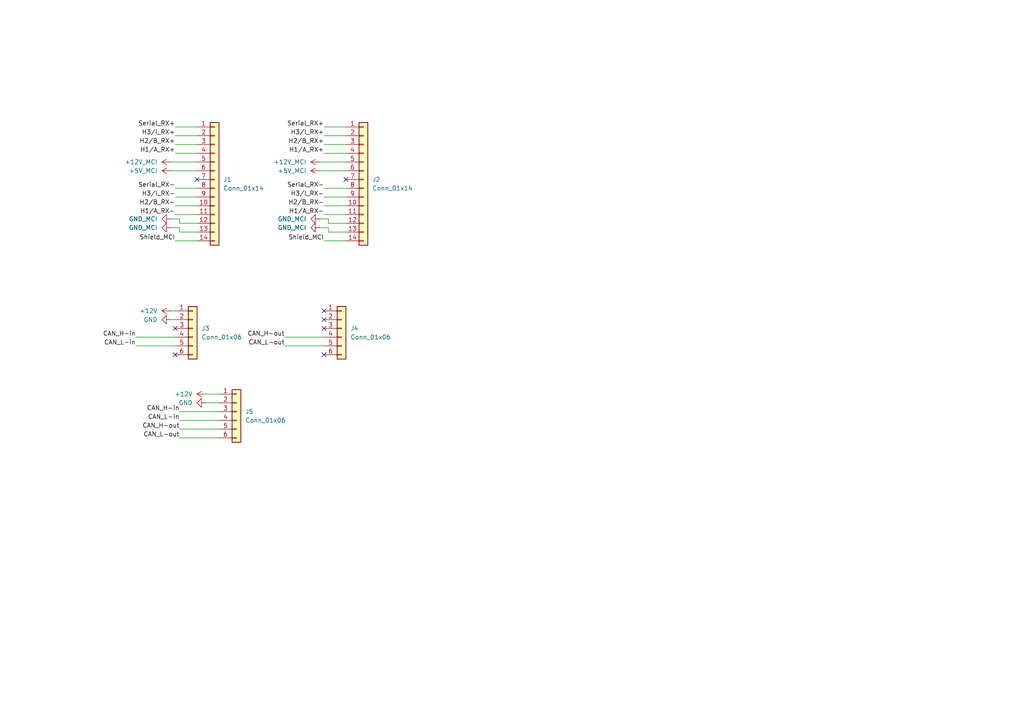
<source format=kicad_sch>
(kicad_sch (version 20250114) (generator "eeschema") (generator_version "9.0")
  (paper "A4")
  (lib_symbols
    (symbol "Connector_Generic:Conn_01x06" (pin_names (offset 1.016) (hide yes))
      (property "Reference" "J" (at 0 7.62 0))
      (property "Value" "Conn_01x06" (at 0 -10.16 0))
      (symbol "Conn_01x06_1_1"
        (rectangle (start -1.27 6.35) (end 1.27 -8.89) (stroke (width 0.254)) (fill (type background)))
        (rectangle (start -1.27 5.207) (end 0 4.953) (stroke (width 0.1524)))
        (rectangle (start -1.27 2.667) (end 0 2.413) (stroke (width 0.1524)))
        (rectangle (start -1.27 0.127) (end 0 -0.127) (stroke (width 0.1524)))
        (rectangle (start -1.27 -2.413) (end 0 -2.667) (stroke (width 0.1524)))
        (rectangle (start -1.27 -4.953) (end 0 -5.207) (stroke (width 0.1524)))
        (rectangle (start -1.27 -7.493) (end 0 -7.747) (stroke (width 0.1524)))
        (pin passive line (at -5.08 5.08 0) (length 3.81) (name "Pin_1") (number "1"))
        (pin passive line (at -5.08 2.54 0) (length 3.81) (name "Pin_2") (number "2"))
        (pin passive line (at -5.08 0 0) (length 3.81) (name "Pin_3") (number "3"))
        (pin passive line (at -5.08 -2.54 0) (length 3.81) (name "Pin_4") (number "4"))
        (pin passive line (at -5.08 -5.08 0) (length 3.81) (name "Pin_5") (number "5"))
        (pin passive line (at -5.08 -7.62 0) (length 3.81) (name "Pin_6") (number "6"))
      )
    )
    (symbol "Connector_Generic:Conn_01x14" (pin_names (offset 1.016) (hide yes))
      (property "Reference" "J" (at 0 17.78 0))
      (property "Value" "Conn_01x14" (at 0 -20.32 0))
      (symbol "Conn_01x14_1_1"
        (rectangle (start -1.27 16.51) (end 1.27 -19.05) (stroke (width 0.254)) (fill (type background)))
        (rectangle (start -1.27 15.367) (end 0 15.113) (stroke (width 0.1524)))
        (rectangle (start -1.27 12.827) (end 0 12.573) (stroke (width 0.1524)))
        (rectangle (start -1.27 10.287) (end 0 10.033) (stroke (width 0.1524)))
        (rectangle (start -1.27 7.747) (end 0 7.493) (stroke (width 0.1524)))
        (rectangle (start -1.27 5.207) (end 0 4.953) (stroke (width 0.1524)))
        (rectangle (start -1.27 2.667) (end 0 2.413) (stroke (width 0.1524)))
        (rectangle (start -1.27 0.127) (end 0 -0.127) (stroke (width 0.1524)))
        (rectangle (start -1.27 -2.413) (end 0 -2.667) (stroke (width 0.1524)))
        (rectangle (start -1.27 -4.953) (end 0 -5.207) (stroke (width 0.1524)))
        (rectangle (start -1.27 -7.493) (end 0 -7.747) (stroke (width 0.1524)))
        (rectangle (start -1.27 -10.033) (end 0 -10.287) (stroke (width 0.1524)))
        (rectangle (start -1.27 -12.573) (end 0 -12.827) (stroke (width 0.1524)))
        (rectangle (start -1.27 -15.113) (end 0 -15.367) (stroke (width 0.1524)))
        (rectangle (start -1.27 -17.653) (end 0 -17.907) (stroke (width 0.1524)))
        (pin passive line (at -5.08 15.24 0) (length 3.81) (name "Pin_1") (number "1"))
        (pin passive line (at -5.08 12.7 0) (length 3.81) (name "Pin_2") (number "2"))
        (pin passive line (at -5.08 10.16 0) (length 3.81) (name "Pin_3") (number "3"))
        (pin passive line (at -5.08 7.62 0) (length 3.81) (name "Pin_4") (number "4"))
        (pin passive line (at -5.08 5.08 0) (length 3.81) (name "Pin_5") (number "5"))
        (pin passive line (at -5.08 2.54 0) (length 3.81) (name "Pin_6") (number "6"))
        (pin passive line (at -5.08 0 0) (length 3.81) (name "Pin_7") (number "7"))
        (pin passive line (at -5.08 -2.54 0) (length 3.81) (name "Pin_8") (number "8"))
        (pin passive line (at -5.08 -5.08 0) (length 3.81) (name "Pin_9") (number "9"))
        (pin passive line (at -5.08 -7.62 0) (length 3.81) (name "Pin_10") (number "10"))
        (pin passive line (at -5.08 -10.16 0) (length 3.81) (name "Pin_11") (number "11"))
        (pin passive line (at -5.08 -12.7 0) (length 3.81) (name "Pin_12") (number "12"))
        (pin passive line (at -5.08 -15.24 0) (length 3.81) (name "Pin_13") (number "13"))
        (pin passive line (at -5.08 -17.78 0) (length 3.81) (name "Pin_14") (number "14"))
      )
    )
    (symbol "power:+12V" (power) (pin_numbers (hide yes)) (pin_names (offset 0) (hide yes))
      (property "Value" "+12V" (at 0 3.556 0))
      (symbol "+12V_0_1"
        (polyline (pts (xy -0.762 1.27) (xy 0 2.54)))
        (polyline (pts (xy 0 2.54) (xy 0.762 1.27)))
        (polyline (pts (xy 0 0) (xy 0 2.54)))
      )
      (symbol "+12V_1_1"
        (pin power_in line (at 0 0 90) (length 0) (name "~") (number "1"))
      )
    )
    (symbol "power:GND1" (power) (pin_numbers (hide yes)) (pin_names (offset 0) (hide yes))
      (property "Value" "GND1" (at 0 -3.81 0))
      (symbol "GND1_0_1"
        (polyline (pts (xy 0 0) (xy 0 -1.27) (xy 1.27 -1.27) (xy 0 -2.54) (xy -1.27 -1.27) (xy 0 -1.27)))
      )
      (symbol "GND1_1_1"
        (pin power_in line (at 0 0 270) (length 0) (name "~") (number "1"))
      )
    )
  )
  (no_connect (at 93.98 90.17))
  (no_connect (at 93.98 92.71))
  (no_connect (at 100.33 52.07))
  (no_connect (at 93.98 95.25))
  (no_connect (at 93.98 102.87))
  (no_connect (at 57.15 52.07))
  (no_connect (at 50.8 95.25))
  (no_connect (at 50.8 102.87))
  (wire (pts (xy 50.8 54.61) (xy 57.15 54.61)))
  (wire (pts (xy 59.69 116.84) (xy 63.5 116.84)))
  (wire (pts (xy 52.07 67.31) (xy 57.15 67.31)))
  (wire (pts (xy 93.98 59.69) (xy 100.33 59.69)))
  (wire (pts (xy 49.53 66.04) (xy 52.07 66.04)))
  (wire (pts (xy 50.8 57.15) (xy 57.15 57.15)))
  (wire (pts (xy 52.07 124.46) (xy 63.5 124.46)))
  (wire (pts (xy 93.98 41.91) (xy 100.33 41.91)))
  (wire (pts (xy 93.98 54.61) (xy 100.33 54.61)))
  (wire (pts (xy 50.8 59.69) (xy 57.15 59.69)))
  (wire (pts (xy 50.8 36.83) (xy 57.15 36.83)))
  (wire (pts (xy 59.69 114.3) (xy 63.5 114.3)))
  (wire (pts (xy 49.53 90.17) (xy 50.8 90.17)))
  (wire (pts (xy 95.25 67.31) (xy 100.33 67.31)))
  (wire (pts (xy 95.25 64.77) (xy 100.33 64.77)))
  (wire (pts (xy 50.8 39.37) (xy 57.15 39.37)))
  (wire (pts (xy 52.07 121.92) (xy 63.5 121.92)))
  (wire (pts (xy 49.53 49.53) (xy 57.15 49.53)))
  (wire (pts (xy 92.71 66.04) (xy 95.25 66.04)))
  (wire (pts (xy 93.98 39.37) (xy 100.33 39.37)))
  (wire (pts (xy 93.98 44.45) (xy 100.33 44.45)))
  (wire (pts (xy 52.07 66.04) (xy 52.07 67.31)))
  (wire (pts (xy 92.71 46.99) (xy 100.33 46.99)))
  (wire (pts (xy 52.07 127) (xy 63.5 127)))
  (wire (pts (xy 52.07 119.38) (xy 63.5 119.38)))
  (wire (pts (xy 92.71 49.53) (xy 100.33 49.53)))
  (wire (pts (xy 39.37 100.33) (xy 50.8 100.33)))
  (wire (pts (xy 52.07 64.77) (xy 57.15 64.77)))
  (wire (pts (xy 49.53 46.99) (xy 57.15 46.99)))
  (wire (pts (xy 95.25 66.04) (xy 95.25 67.31)))
  (wire (pts (xy 93.98 57.15) (xy 100.33 57.15)))
  (wire (pts (xy 95.25 63.5) (xy 95.25 64.77)))
  (wire (pts (xy 93.98 36.83) (xy 100.33 36.83)))
  (wire (pts (xy 50.8 44.45) (xy 57.15 44.45)))
  (wire (pts (xy 92.71 63.5) (xy 95.25 63.5)))
  (wire (pts (xy 93.98 62.23) (xy 100.33 62.23)))
  (wire (pts (xy 49.53 92.71) (xy 50.8 92.71)))
  (wire (pts (xy 82.55 97.79) (xy 93.98 97.79)))
  (wire (pts (xy 49.53 63.5) (xy 52.07 63.5)))
  (wire (pts (xy 82.55 100.33) (xy 93.98 100.33)))
  (wire (pts (xy 39.37 97.79) (xy 50.8 97.79)))
  (wire (pts (xy 50.8 62.23) (xy 57.15 62.23)))
  (wire (pts (xy 52.07 63.5) (xy 52.07 64.77)))
  (wire (pts (xy 50.8 41.91) (xy 57.15 41.91)))
  (wire (pts (xy 93.98 69.85) (xy 100.33 69.85)))
  (wire (pts (xy 50.8 69.85) (xy 57.15 69.85)))
  (label "H1{slash}A_RX-" (at 50.8 62.23 180))
  (label "H3{slash}I_RX+" (at 50.8 39.37 180))
  (label "CAN_H-in" (at 39.37 97.79 180))
  (label "H1{slash}A_RX-" (at 93.98 62.23 180))
  (label "CAN_L-in" (at 52.07 121.92 180))
  (label "H3{slash}I_RX+" (at 93.98 39.37 180))
  (label "Serial_RX+" (at 50.8 36.83 180))
  (label "H2{slash}B_RX-" (at 93.98 59.69 180))
  (label "Serial_RX-" (at 93.98 54.61 180))
  (label "H2{slash}B_RX+" (at 50.8 41.91 180))
  (label "H3{slash}I_RX-" (at 93.98 57.15 180))
  (label "CAN_L-out" (at 52.07 127 180))
  (label "H1{slash}A_RX+" (at 93.98 44.45 180))
  (label "H3{slash}I_RX-" (at 50.8 57.15 180))
  (label "CAN_L-in" (at 39.37 100.33 180))
  (label "CAN_L-out" (at 82.55 100.33 180))
  (label "Serial_RX+" (at 93.98 36.83 180))
  (label "H2{slash}B_RX+" (at 93.98 41.91 180))
  (label "CAN_H-in" (at 52.07 119.38 180))
  (label "Serial_RX-" (at 50.8 54.61 180))
  (label "H1{slash}A_RX+" (at 50.8 44.45 180))
  (label "H2{slash}B_RX-" (at 50.8 59.69 180))
  (label "CAN_H-out" (at 52.07 124.46 180))
  (label "CAN_H-out" (at 82.55 97.79 180))
  (label "Shield_MCI" (at 93.98 69.85 180))
  (label "Shield_MCI" (at 50.8 69.85 180))
  (symbol (lib_id "Connector_Generic:Conn_01x14") (at 62.23 52.07 0) (unit 1)
    (property "Reference" "J1" (at 64.77 52.0699 0) (effects (justify left)))
    (property "Value" "Conn_01x14" (at 64.77 54.6099 0) (effects (justify left)))
    (property "Footprint" "UTSVT_Connectors:Molex_Microfit3.0_02x07_14-Pin-Vertical-PCB-Receptacle_447691401" (effects (hide yes)))
    (property "Description" "Generic connector, single row, 01x14, script generated (kicad-library-utils/schlib/autogen/connector/)" (effects (hide yes)))
  )
  (symbol (lib_id "power:GND1") (at 59.69 116.84 270) (unit 1)
    (property "Reference" "#PWR014" (effects (hide yes)))
    (property "Value" "GND" (at 55.88 116.8399 90) (effects (justify right)))
    (property "Description" "Power symbol creates a global label with name \"GND1\" , ground" (effects (hide yes)))
  )
  (symbol (lib_id "power:GND1") (at 49.53 66.04 270) (unit 1)
    (property "Reference" "#PWR04" (effects (hide yes)))
    (property "Value" "GND_MCI" (at 45.72 66.0399 90) (effects (justify right)))
    (property "Description" "Power symbol creates a global label with name \"GND1\" , ground" (effects (hide yes)))
  )
  (symbol (lib_id "power:GND1") (at 92.71 63.5 270) (unit 1)
    (property "Reference" "#PWR07" (effects (hide yes)))
    (property "Value" "GND_MCI" (at 88.9 63.4999 90) (effects (justify right)))
    (property "Description" "Power symbol creates a global label with name \"GND1\" , ground" (effects (hide yes)))
  )
  (symbol (lib_id "power:GND1") (at 49.53 92.71 270) (unit 1)
    (property "Reference" "#PWR010" (effects (hide yes)))
    (property "Value" "GND" (at 45.72 92.7099 90) (effects (justify right)))
    (property "Description" "Power symbol creates a global label with name \"GND1\" , ground" (effects (hide yes)))
  )
  (symbol (lib_id "Connector_Generic:Conn_01x06") (at 68.58 119.38 0) (unit 1)
    (property "Reference" "J5" (at 71.12 119.3799 0) (effects (justify left)))
    (property "Value" "Conn_01x06" (at 71.12 121.9199 0) (effects (justify left)))
    (property "Footprint" "UTSVT_Connectors:Molex_Microfit3.0_02x03_6-Pin-Vertical-PCB-Receptacle_447690601" (effects (hide yes)))
    (property "Description" "Generic connector, single row, 01x06, script generated (kicad-library-utils/schlib/autogen/connector/)" (effects (hide yes)))
  )
  (symbol (lib_id "Connector_Generic:Conn_01x06") (at 55.88 95.25 0) (unit 1)
    (property "Reference" "J3" (at 58.42 95.2499 0) (effects (justify left)))
    (property "Value" "Conn_01x06" (at 58.42 97.7899 0) (effects (justify left)))
    (property "Footprint" "UTSVT_Connectors:Molex_Microfit3.0_02x03_6-Pin-Vertical-PCB-Receptacle_447690601" (effects (hide yes)))
    (property "Description" "Generic connector, single row, 01x06, script generated (kicad-library-utils/schlib/autogen/connector/)" (effects (hide yes)))
  )
  (symbol (lib_id "power:+12V") (at 92.71 49.53 90) (unit 1)
    (property "Reference" "#PWR06" (effects (hide yes)))
    (property "Value" "+5V_MCI" (at 88.9 49.5299 90) (effects (justify left)))
    (property "Description" "Power symbol creates a global label with name \"+12V\"" (effects (hide yes)))
  )
  (symbol (lib_id "power:GND1") (at 49.53 63.5 270) (unit 1)
    (property "Reference" "#PWR03" (effects (hide yes)))
    (property "Value" "GND_MCI" (at 45.72 63.4999 90) (effects (justify right)))
    (property "Description" "Power symbol creates a global label with name \"GND1\" , ground" (effects (hide yes)))
  )
  (symbol (lib_id "power:+12V") (at 49.53 49.53 90) (unit 1)
    (property "Reference" "#PWR02" (effects (hide yes)))
    (property "Value" "+5V_MCI" (at 45.72 49.5299 90) (effects (justify left)))
    (property "Description" "Power symbol creates a global label with name \"+12V\"" (effects (hide yes)))
  )
  (symbol (lib_id "power:GND1") (at 92.71 66.04 270) (unit 1)
    (property "Reference" "#PWR08" (effects (hide yes)))
    (property "Value" "GND_MCI" (at 88.9 66.0399 90) (effects (justify right)))
    (property "Description" "Power symbol creates a global label with name \"GND1\" , ground" (effects (hide yes)))
  )
  (symbol (lib_id "Connector_Generic:Conn_01x14") (at 105.41 52.07 0) (unit 1)
    (property "Reference" "J2" (at 107.95 52.0699 0) (effects (justify left)))
    (property "Value" "Conn_01x14" (at 107.95 54.6099 0) (effects (justify left)))
    (property "Footprint" "UTSVT_Connectors:Molex_Microfit3.0_02x07_14-Pin-Vertical-PCB-Receptacle_447691401" (effects (hide yes)))
    (property "Description" "Generic connector, single row, 01x14, script generated (kicad-library-utils/schlib/autogen/connector/)" (effects (hide yes)))
  )
  (symbol (lib_id "power:+12V") (at 92.71 46.99 90) (unit 1)
    (property "Reference" "#PWR05" (effects (hide yes)))
    (property "Value" "+12V_MCI" (at 88.9 46.9899 90) (effects (justify left)))
    (property "Description" "Power symbol creates a global label with name \"+12V\"" (effects (hide yes)))
  )
  (symbol (lib_id "power:+12V") (at 49.53 46.99 90) (unit 1)
    (property "Reference" "#PWR01" (effects (hide yes)))
    (property "Value" "+12V_MCI" (at 45.72 46.9899 90) (effects (justify left)))
    (property "Description" "Power symbol creates a global label with name \"+12V\"" (effects (hide yes)))
  )
  (symbol (lib_id "power:+12V") (at 59.69 114.3 90) (unit 1)
    (property "Reference" "#PWR013" (effects (hide yes)))
    (property "Value" "+12V" (at 55.88 114.2999 90) (effects (justify left)))
    (property "Description" "Power symbol creates a global label with name \"+12V\"" (effects (hide yes)))
  )
  (symbol (lib_id "power:+12V") (at 49.53 90.17 90) (unit 1)
    (property "Reference" "#PWR09" (effects (hide yes)))
    (property "Value" "+12V" (at 45.72 90.1699 90) (effects (justify left)))
    (property "Description" "Power symbol creates a global label with name \"+12V\"" (effects (hide yes)))
  )
  (symbol (lib_id "Connector_Generic:Conn_01x06") (at 99.06 95.25 0) (unit 1)
    (property "Reference" "J4" (at 101.6 95.2499 0) (effects (justify left)))
    (property "Value" "Conn_01x06" (at 101.6 97.7899 0) (effects (justify left)))
    (property "Footprint" "UTSVT_Connectors:Molex_Microfit3.0_02x03_6-Pin-Vertical-PCB-Receptacle_447690601" (effects (hide yes)))
    (property "Description" "Generic connector, single row, 01x06, script generated (kicad-library-utils/schlib/autogen/connector/)" (effects (hide yes)))
  )
)
</source>
